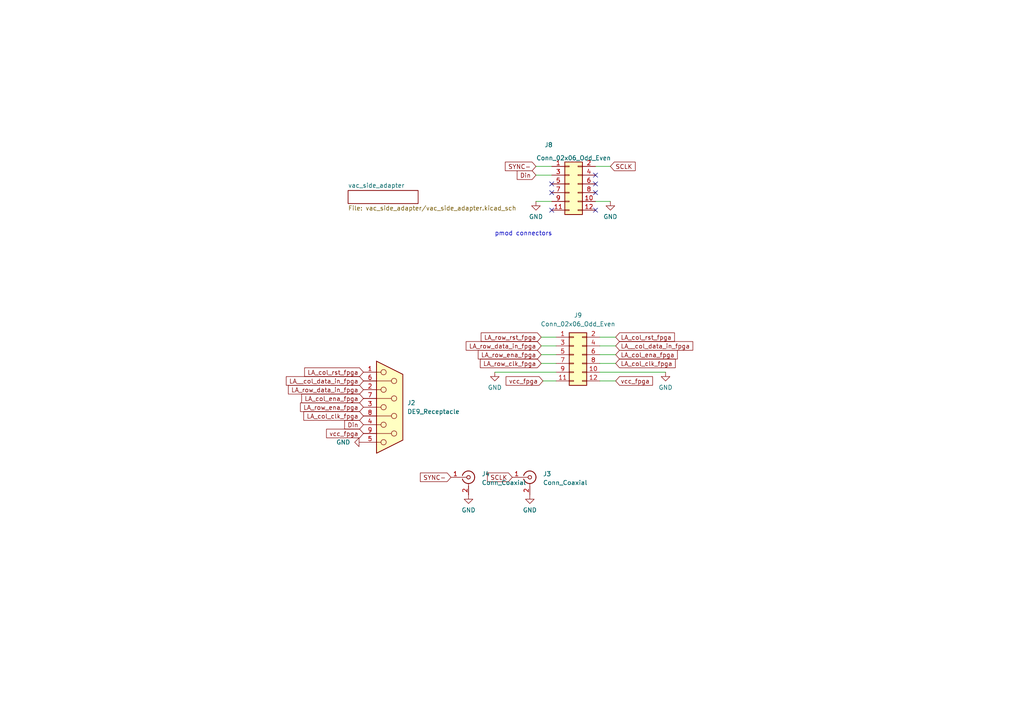
<source format=kicad_sch>
(kicad_sch (version 20231120) (generator "eeschema") (generator_version "8.0")
  (paper "A4")
  (lib_symbols
    (symbol "Connector:Conn_Coaxial" (pin_names (offset 1.016) hide)
      (property "Reference" "J" (at 0.254 3.048 0))
      (property "Value" "Conn_Coaxial" (at 2.921 0 90))
      (symbol "Conn_Coaxial_0_1"
        (arc (start -1.778 -0.508) (mid 0.2311 -1.8066) (end 1.778 0) (stroke (width 0.254)))
        (polyline (pts (xy -2.54 0) (xy -0.508 0)))
        (polyline (pts (xy 0 -2.54) (xy 0 -1.778)))
        (circle (center 0 0) (radius 0.508) (stroke (width 0.2032)))
        (arc (start 1.778 0) (mid 0.2099 1.8101) (end -1.778 0.508) (stroke (width 0.254)))
      )
      (symbol "Conn_Coaxial_1_1"
        (pin passive line (at -5.08 0 0) (length 2.54) (name "In") (number "1"))
        (pin passive line (at 0 -5.08 90) (length 2.54) (name "Ext") (number "2"))
      )
    )
    (symbol "Connector:DE9_Receptacle" (pin_names (offset 1.016) hide)
      (property "Reference" "J" (at 0 13.97 0))
      (property "Value" "DE9_Receptacle" (at 0 -14.605 0))
      (symbol "DE9_Receptacle_0_1"
        (circle (center -1.778 -10.16) (radius 0.762))
        (circle (center -1.778 -5.08) (radius 0.762))
        (circle (center -1.778 0) (radius 0.762))
        (circle (center -1.778 5.08) (radius 0.762))
        (circle (center -1.778 10.16) (radius 0.762))
        (polyline (pts (xy -3.81 -10.16) (xy -2.54 -10.16)))
        (polyline (pts (xy -3.81 -7.62) (xy 0.508 -7.62)))
        (polyline (pts (xy -3.81 -5.08) (xy -2.54 -5.08)))
        (polyline (pts (xy -3.81 -2.54) (xy 0.508 -2.54)))
        (polyline (pts (xy -3.81 0) (xy -2.54 0)))
        (polyline (pts (xy -3.81 2.54) (xy 0.508 2.54)))
        (polyline (pts (xy -3.81 5.08) (xy -2.54 5.08)))
        (polyline (pts (xy -3.81 7.62) (xy 0.508 7.62)))
        (polyline (pts (xy -3.81 10.16) (xy -2.54 10.16)))
        (polyline (pts (xy -3.81 13.335) (xy -3.81 -13.335) (xy 3.81 -9.525) (xy 3.81 9.525) (xy -3.81 13.335)) (stroke (width 0.254)) (fill (type background)))
        (circle (center 1.27 -7.62) (radius 0.762))
        (circle (center 1.27 -2.54) (radius 0.762))
        (circle (center 1.27 2.54) (radius 0.762))
        (circle (center 1.27 7.62) (radius 0.762))
      )
      (symbol "DE9_Receptacle_1_1"
        (pin passive line (at -7.62 10.16 0) (length 3.81) (name "1") (number "1"))
        (pin passive line (at -7.62 5.08 0) (length 3.81) (name "2") (number "2"))
        (pin passive line (at -7.62 0 0) (length 3.81) (name "3") (number "3"))
        (pin passive line (at -7.62 -5.08 0) (length 3.81) (name "4") (number "4"))
        (pin passive line (at -7.62 -10.16 0) (length 3.81) (name "5") (number "5"))
        (pin passive line (at -7.62 7.62 0) (length 3.81) (name "6") (number "6"))
        (pin passive line (at -7.62 2.54 0) (length 3.81) (name "7") (number "7"))
        (pin passive line (at -7.62 -2.54 0) (length 3.81) (name "8") (number "8"))
        (pin passive line (at -7.62 -7.62 0) (length 3.81) (name "9") (number "9"))
      )
    )
    (symbol "Connector_Generic:Conn_02x06_Odd_Even" (pin_names (offset 1.016) hide)
      (property "Reference" "J" (at 1.27 7.62 0))
      (property "Value" "Conn_02x06_Odd_Even" (at 1.27 -10.16 0))
      (symbol "Conn_02x06_Odd_Even_1_1"
        (rectangle (start -1.27 -7.493) (end 0 -7.747) (stroke (width 0.1524)))
        (rectangle (start -1.27 -4.953) (end 0 -5.207) (stroke (width 0.1524)))
        (rectangle (start -1.27 -2.413) (end 0 -2.667) (stroke (width 0.1524)))
        (rectangle (start -1.27 0.127) (end 0 -0.127) (stroke (width 0.1524)))
        (rectangle (start -1.27 2.667) (end 0 2.413) (stroke (width 0.1524)))
        (rectangle (start -1.27 5.207) (end 0 4.953) (stroke (width 0.1524)))
        (rectangle (start -1.27 6.35) (end 3.81 -8.89) (stroke (width 0.254)) (fill (type background)))
        (rectangle (start 3.81 -7.493) (end 2.54 -7.747) (stroke (width 0.1524)))
        (rectangle (start 3.81 -4.953) (end 2.54 -5.207) (stroke (width 0.1524)))
        (rectangle (start 3.81 -2.413) (end 2.54 -2.667) (stroke (width 0.1524)))
        (rectangle (start 3.81 0.127) (end 2.54 -0.127) (stroke (width 0.1524)))
        (rectangle (start 3.81 2.667) (end 2.54 2.413) (stroke (width 0.1524)))
        (rectangle (start 3.81 5.207) (end 2.54 4.953) (stroke (width 0.1524)))
        (pin passive line (at -5.08 5.08 0) (length 3.81) (name "Pin_1") (number "1"))
        (pin passive line (at 7.62 -5.08 180) (length 3.81) (name "Pin_10") (number "10"))
        (pin passive line (at -5.08 -7.62 0) (length 3.81) (name "Pin_11") (number "11"))
        (pin passive line (at 7.62 -7.62 180) (length 3.81) (name "Pin_12") (number "12"))
        (pin passive line (at 7.62 5.08 180) (length 3.81) (name "Pin_2") (number "2"))
        (pin passive line (at -5.08 2.54 0) (length 3.81) (name "Pin_3") (number "3"))
        (pin passive line (at 7.62 2.54 180) (length 3.81) (name "Pin_4") (number "4"))
        (pin passive line (at -5.08 0 0) (length 3.81) (name "Pin_5") (number "5"))
        (pin passive line (at 7.62 0 180) (length 3.81) (name "Pin_6") (number "6"))
        (pin passive line (at -5.08 -2.54 0) (length 3.81) (name "Pin_7") (number "7"))
        (pin passive line (at 7.62 -2.54 180) (length 3.81) (name "Pin_8") (number "8"))
        (pin passive line (at -5.08 -5.08 0) (length 3.81) (name "Pin_9") (number "9"))
      )
    )
    (symbol "power:GND" (power) (pin_names (offset 0))
      (property "Value" "GND" (at 0 -3.81 0))
      (symbol "GND_0_1"
        (polyline (pts (xy 0 0) (xy 0 -1.27) (xy 1.27 -1.27) (xy 0 -2.54) (xy -1.27 -1.27) (xy 0 -1.27)))
      )
      (symbol "GND_1_1"
        (pin power_in line (at 0 0 270) (length 0) hide (name "GND") (number "1"))
      )
    )
  )
  (no_connect (at 172.72 50.8))
  (no_connect (at 160.02 55.88))
  (no_connect (at 160.02 60.96))
  (no_connect (at 172.72 53.34))
  (no_connect (at 172.72 55.88))
  (no_connect (at 172.72 60.96))
  (no_connect (at 160.02 53.34))
  (wire (pts (xy 143.51 107.95) (xy 161.29 107.95)))
  (wire (pts (xy 173.99 100.33) (xy 178.562 100.33)))
  (wire (pts (xy 156.972 102.87) (xy 161.29 102.87)))
  (wire (pts (xy 173.99 97.79) (xy 178.562 97.79)))
  (wire (pts (xy 156.972 97.79) (xy 161.29 97.79)))
  (wire (pts (xy 172.72 48.26) (xy 177.038 48.26)))
  (wire (pts (xy 156.972 105.41) (xy 161.29 105.41)))
  (wire (pts (xy 173.99 102.87) (xy 178.562 102.87)))
  (wire (pts (xy 173.99 105.41) (xy 178.562 105.41)))
  (wire (pts (xy 156.972 100.33) (xy 161.29 100.33)))
  (wire (pts (xy 173.99 110.49) (xy 178.562 110.49)))
  (wire (pts (xy 155.448 48.26) (xy 160.02 48.26)))
  (wire (pts (xy 157.48 110.49) (xy 161.29 110.49)))
  (wire (pts (xy 172.72 58.42) (xy 177.038 58.42)))
  (wire (pts (xy 173.99 107.95) (xy 193.04 107.95)))
  (wire (pts (xy 155.448 58.42) (xy 160.02 58.42)))
  (wire (pts (xy 155.448 50.8) (xy 160.02 50.8)))
  (text " pmod connectors" (at 142.494 68.58 0) (effects (font (size 1.27 1.27)) (justify left bottom)))
  (global_label "vcc_fpga" (shape input) (at 178.562 110.49 0) (property "Intersheetrefs" "${INTERSHEET_REFS}" (effects (hide yes))))
  (global_label "LA_row_rst_fpga" (shape input) (at 156.972 97.79 180) (property "Intersheetrefs" "${INTERSHEET_REFS}" (effects (hide yes))))
  (global_label "LA_row_clk_fpga" (shape input) (at 156.972 105.41 180) (property "Intersheetrefs" "${INTERSHEET_REFS}" (effects (hide yes))))
  (global_label "LA__col_data_in_fpga" (shape input) (at 178.562 100.33 0) (property "Intersheetrefs" "${INTERSHEET_REFS}" (effects (hide yes))))
  (global_label "LA_col_clk_fpga" (shape input) (at 178.562 105.41 0) (property "Intersheetrefs" "${INTERSHEET_REFS}" (effects (hide yes))))
  (global_label "SYNC-" (shape input) (at 155.448 48.26 180) (property "Intersheetrefs" "${INTERSHEET_REFS}" (effects (hide yes))))
  (global_label "SCLK" (shape input) (at 148.59 138.43 180) (property "Intersheetrefs" "${INTERSHEET_REFS}" (effects (hide yes))))
  (global_label "LA_row_data_in_fpga" (shape input) (at 156.972 100.33 180) (property "Intersheetrefs" "${INTERSHEET_REFS}" (effects (hide yes))))
  (global_label "LA_col_ena_fpga" (shape input) (at 178.562 102.87 0) (property "Intersheetrefs" "${INTERSHEET_REFS}" (effects (hide yes))))
  (global_label "LA__col_data_in_fpga" (shape input) (at 105.41 110.49 180) (property "Intersheetrefs" "${INTERSHEET_REFS}" (effects (hide yes))))
  (global_label "vcc_fpga" (shape input) (at 157.48 110.49 180) (property "Intersheetrefs" "${INTERSHEET_REFS}" (effects (hide yes))))
  (global_label "Din" (shape input) (at 105.41 123.19 180) (property "Intersheetrefs" "${INTERSHEET_REFS}" (effects (hide yes))))
  (global_label "SCLK" (shape input) (at 177.038 48.26 0) (property "Intersheetrefs" "${INTERSHEET_REFS}" (effects (hide yes))))
  (global_label "LA_row_data_in_fpga" (shape input) (at 105.41 113.03 180) (property "Intersheetrefs" "${INTERSHEET_REFS}" (effects (hide yes))))
  (global_label "LA_row_ena_fpga" (shape input) (at 105.41 118.11 180) (property "Intersheetrefs" "${INTERSHEET_REFS}" (effects (hide yes))))
  (global_label "LA_col_ena_fpga" (shape input) (at 105.41 115.57 180) (property "Intersheetrefs" "${INTERSHEET_REFS}" (effects (hide yes))))
  (global_label "LA_col_clk_fpga" (shape input) (at 105.41 120.65 180) (property "Intersheetrefs" "${INTERSHEET_REFS}" (effects (hide yes))))
  (global_label "LA_col_rst_fpga" (shape input) (at 105.41 107.95 180) (property "Intersheetrefs" "${INTERSHEET_REFS}" (effects (hide yes))))
  (global_label "LA_row_ena_fpga" (shape input) (at 156.972 102.87 180) (property "Intersheetrefs" "${INTERSHEET_REFS}" (effects (hide yes))))
  (global_label "LA_col_rst_fpga" (shape input) (at 178.562 97.79 0) (property "Intersheetrefs" "${INTERSHEET_REFS}" (effects (hide yes))))
  (global_label "Din" (shape input) (at 155.448 50.8 180) (property "Intersheetrefs" "${INTERSHEET_REFS}" (effects (hide yes))))
  (global_label "vcc_fpga" (shape input) (at 105.41 125.73 180) (property "Intersheetrefs" "${INTERSHEET_REFS}" (effects (hide yes))))
  (global_label "SYNC-" (shape input) (at 130.81 138.43 180) (property "Intersheetrefs" "${INTERSHEET_REFS}" (effects (hide yes))))
  (symbol (lib_id "Connector:Conn_Coaxial") (at 153.67 138.43 0) (unit 1)
    (property "Reference" "J3" (at 157.48 137.4531 0) (effects (justify left)))
    (property "Value" "Conn_Coaxial" (at 157.48 139.9931 0) (effects (justify left)))
    (property "Footprint" "Connector_Coaxial:SMA_Amphenol_132291-12_Vertical" (effects (hide yes)))
    (property "Description" "coaxial connector (BNC, SMA, SMB, SMC, Cinch/RCA, LEMO, ...)" (effects (hide yes)))
  )
  (symbol (lib_id "Connector_Generic:Conn_02x06_Odd_Even") (at 166.37 102.87 0) (unit 1)
    (property "Reference" "J9" (at 167.64 91.44 0))
    (property "Value" "Conn_02x06_Odd_Even" (at 167.64 93.98 0))
    (property "Footprint" "Connector_PinHeader_2.54mm:PinHeader_2x06_P2.54mm_Horizontal" (effects (hide yes)))
  )
  (symbol (lib_id "power:GND") (at 143.51 107.95 0) (unit 1)
    (property "Reference" "#PWR0104" (effects (hide yes)))
    (property "Value" "GND" (at 143.51 112.3934 0))
  )
  (symbol (lib_id "power:GND") (at 193.04 107.95 0) (unit 1)
    (property "Reference" "#PWR0103" (effects (hide yes)))
    (property "Value" "GND" (at 193.04 112.3934 0))
  )
  (symbol (lib_id "Connector_Generic:Conn_02x06_Odd_Even") (at 165.1 53.34 0) (unit 1)
    (property "Reference" "J8" (at 159.131 42.0202 0))
    (property "Value" "Conn_02x06_Odd_Even" (at 166.37 45.8271 0))
    (property "Footprint" "Connector_PinHeader_2.54mm:PinHeader_2x06_P2.54mm_Horizontal" (effects (hide yes)))
  )
  (symbol (lib_id "Connector:DE9_Receptacle") (at 113.03 118.11 0) (unit 1)
    (property "Reference" "J2" (at 118.11 116.8399 0) (effects (justify left)))
    (property "Value" "DE9_Receptacle" (at 118.11 119.3799 0) (effects (justify left)))
    (property "Footprint" "Connector_Dsub:DSUB-9_Female_Vertical_P2.77x2.84mm_MountingHoles" (effects (hide yes)))
    (property "Description" "9-pin female receptacle socket D-SUB connector" (effects (hide yes)))
  )
  (symbol (lib_id "Connector:Conn_Coaxial") (at 135.89 138.43 0) (unit 1)
    (property "Reference" "J4" (at 139.7 137.4531 0) (effects (justify left)))
    (property "Value" "Conn_Coaxial" (at 139.7 139.9931 0) (effects (justify left)))
    (property "Footprint" "Connector_Coaxial:SMA_Amphenol_132291-12_Vertical" (effects (hide yes)))
    (property "Description" "coaxial connector (BNC, SMA, SMB, SMC, Cinch/RCA, LEMO, ...)" (effects (hide yes)))
  )
  (symbol (lib_id "power:GND") (at 155.448 58.42 0) (unit 1)
    (property "Reference" "#PWR0101" (effects (hide yes)))
    (property "Value" "GND" (at 155.448 62.8634 0))
  )
  (symbol (lib_id "power:GND") (at 105.41 128.27 270) (unit 1)
    (property "Reference" "#PWR09" (effects (hide yes)))
    (property "Value" "GND" (at 101.6 128.2699 90) (effects (justify right)))
  )
  (symbol (lib_id "power:GND") (at 177.038 58.42 0) (unit 1)
    (property "Reference" "#PWR0102" (effects (hide yes)))
    (property "Value" "GND" (at 177.038 62.8634 0))
  )
  (symbol (lib_id "power:GND") (at 135.89 143.51 0) (unit 1)
    (property "Reference" "#PWR01" (effects (hide yes)))
    (property "Value" "GND" (at 135.89 147.9534 0))
  )
  (symbol (lib_id "power:GND") (at 153.67 143.51 0) (unit 1)
    (property "Reference" "#PWR02" (effects (hide yes)))
    (property "Value" "GND" (at 153.67 147.9534 0))
  )
  (sheet (at 100.965 55.245) (size 20.32 3.81) (stroke (width 0.1524))
    (property "Sheetname" "vac_side_adapter" (at 100.965 54.5334 0) (effects (justify left bottom)))
    (property "Sheetfile" "vac_side_adapter/vac_side_adapter.kicad_sch" (at 100.965 59.6396 0) (effects (justify left top)))
  )
)
</source>
